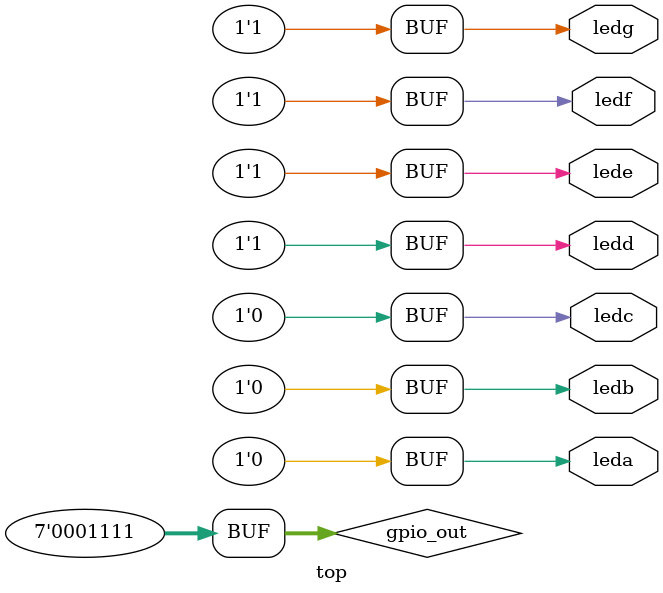
<source format=v>

module top (    
                //input [3:0] num_i, 
                 output leda,
                 output ledb,
                 output ledc,
             output ledd,
               output lede,
              output ledf,
               output ledg
                );

reg [6:0] gpio_out=7'b0001111;
 
                        
/*
always @(num_i)
begin
    case (num_i)   //case statement
        4'd0 : gpio_out = 7'b0000001;
        4'd1 : gpio_out = 7'b1001111;
        4'd2 : gpio_out = 7'b0010010;
        4'd3 : gpio_out = 7'b0000110;
        4'd4 : gpio_out = 7'b1001100;
        4'd5 : gpio_out = 7'b0100100;
        4'd6 : gpio_out = 7'b0100000;
        4'd7 : gpio_out = 7'b0001111;
        4'd8 : gpio_out = 7'b0000000;
        4'd9 : gpio_out = 7'b0000100;
        
        //switch off 7 segment character when the bcd digit is not a decimal number.
        default : gpio_out = 7'b1111111; 
    endcase
end
*/
assign {leda, ledb,ledc,ledd,lede,ledf,ledg}=gpio_out[6:0];



endmodule  

</source>
